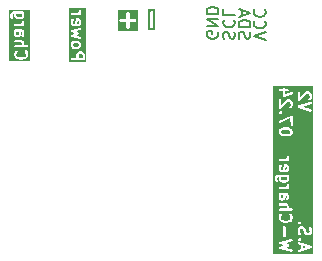
<source format=gbo>
G04 #@! TF.GenerationSoftware,KiCad,Pcbnew,8.0.3*
G04 #@! TF.CreationDate,2024-06-26T13:16:16+02:00*
G04 #@! TF.ProjectId,ESP32-C3-V2,45535033-322d-4433-932d-56322e6b6963,rev?*
G04 #@! TF.SameCoordinates,Original*
G04 #@! TF.FileFunction,Legend,Bot*
G04 #@! TF.FilePolarity,Positive*
%FSLAX46Y46*%
G04 Gerber Fmt 4.6, Leading zero omitted, Abs format (unit mm)*
G04 Created by KiCad (PCBNEW 8.0.3) date 2024-06-26 13:16:16*
%MOMM*%
%LPD*%
G01*
G04 APERTURE LIST*
%ADD10C,0.200000*%
%ADD11C,0.300000*%
G04 APERTURE END LIST*
D10*
X52980400Y8522055D02*
X52932780Y8664912D01*
X52932780Y8664912D02*
X52932780Y8903007D01*
X52932780Y8903007D02*
X52980400Y8998245D01*
X52980400Y8998245D02*
X53028019Y9045864D01*
X53028019Y9045864D02*
X53123257Y9093483D01*
X53123257Y9093483D02*
X53218495Y9093483D01*
X53218495Y9093483D02*
X53313733Y9045864D01*
X53313733Y9045864D02*
X53361352Y8998245D01*
X53361352Y8998245D02*
X53408971Y8903007D01*
X53408971Y8903007D02*
X53456590Y8712531D01*
X53456590Y8712531D02*
X53504209Y8617293D01*
X53504209Y8617293D02*
X53551828Y8569674D01*
X53551828Y8569674D02*
X53647066Y8522055D01*
X53647066Y8522055D02*
X53742304Y8522055D01*
X53742304Y8522055D02*
X53837542Y8569674D01*
X53837542Y8569674D02*
X53885161Y8617293D01*
X53885161Y8617293D02*
X53932780Y8712531D01*
X53932780Y8712531D02*
X53932780Y8950626D01*
X53932780Y8950626D02*
X53885161Y9093483D01*
X53028019Y10093483D02*
X52980400Y10045864D01*
X52980400Y10045864D02*
X52932780Y9903007D01*
X52932780Y9903007D02*
X52932780Y9807769D01*
X52932780Y9807769D02*
X52980400Y9664912D01*
X52980400Y9664912D02*
X53075638Y9569674D01*
X53075638Y9569674D02*
X53170876Y9522055D01*
X53170876Y9522055D02*
X53361352Y9474436D01*
X53361352Y9474436D02*
X53504209Y9474436D01*
X53504209Y9474436D02*
X53694685Y9522055D01*
X53694685Y9522055D02*
X53789923Y9569674D01*
X53789923Y9569674D02*
X53885161Y9664912D01*
X53885161Y9664912D02*
X53932780Y9807769D01*
X53932780Y9807769D02*
X53932780Y9903007D01*
X53932780Y9903007D02*
X53885161Y10045864D01*
X53885161Y10045864D02*
X53837542Y10093483D01*
X52932780Y10998245D02*
X52932780Y10522055D01*
X52932780Y10522055D02*
X53932780Y10522055D01*
D11*
G36*
X47187267Y9240726D02*
G01*
X46553933Y9240726D01*
X46553933Y10697368D01*
X46720600Y10697368D01*
X46723482Y9525247D01*
X46745880Y9471175D01*
X46787264Y9429791D01*
X46841336Y9407393D01*
X46899864Y9407393D01*
X46953936Y9429791D01*
X46995320Y9471175D01*
X47017718Y9525247D01*
X47020600Y9554511D01*
X47017718Y10726632D01*
X46995320Y10780704D01*
X46953936Y10822088D01*
X46899864Y10844486D01*
X46841336Y10844486D01*
X46787264Y10822088D01*
X46745880Y10780704D01*
X46723482Y10726632D01*
X46720600Y10697368D01*
X46553933Y10697368D01*
X46553933Y11011153D01*
X47187267Y11011153D01*
X47187267Y9240726D01*
G37*
D10*
G36*
X40976138Y7213868D02*
G01*
X41001915Y7189206D01*
X41032881Y7129567D01*
X41034128Y6869489D01*
X40708495Y6868875D01*
X40707269Y7124314D01*
X40736205Y7184461D01*
X40760867Y7210238D01*
X40820798Y7241355D01*
X40916645Y7242489D01*
X40976138Y7213868D01*
G37*
G36*
X40642805Y8118630D02*
G01*
X40668582Y8093968D01*
X40699699Y8034037D01*
X40700833Y7938190D01*
X40672211Y7878695D01*
X40647553Y7852922D01*
X40587849Y7821923D01*
X40349429Y7820422D01*
X40289420Y7849291D01*
X40263644Y7873951D01*
X40232527Y7933883D01*
X40231393Y8029730D01*
X40260014Y8089222D01*
X40284677Y8115000D01*
X40344377Y8145997D01*
X40582798Y8147498D01*
X40642805Y8118630D01*
G37*
G36*
X40677199Y10029754D02*
G01*
X40699641Y9986530D01*
X40700952Y9843200D01*
X40678575Y9796685D01*
X40635529Y9774335D01*
X40587556Y9774105D01*
X40641082Y10047129D01*
X40677199Y10029754D01*
G37*
G36*
X41343891Y6558563D02*
G01*
X39921669Y6558563D01*
X39921669Y6789183D01*
X40034701Y6789183D01*
X40034701Y6750165D01*
X40049633Y6714117D01*
X40077223Y6686527D01*
X40113271Y6671595D01*
X40132780Y6669674D01*
X41152289Y6671595D01*
X41188337Y6686527D01*
X41215927Y6714117D01*
X41230859Y6750165D01*
X41232780Y6769674D01*
X41231026Y7135214D01*
X41231995Y7138119D01*
X41230941Y7152944D01*
X41230859Y7170135D01*
X41229483Y7173456D01*
X41229229Y7177039D01*
X41222223Y7195348D01*
X41172880Y7290382D01*
X41168308Y7301422D01*
X41165152Y7305268D01*
X41164161Y7307176D01*
X41162163Y7308909D01*
X41155871Y7316575D01*
X41105770Y7364507D01*
X41098853Y7372483D01*
X41094703Y7375096D01*
X41093099Y7376630D01*
X41090659Y7377641D01*
X41082263Y7382926D01*
X40999245Y7422865D01*
X40997861Y7424249D01*
X40987111Y7428702D01*
X40968717Y7437551D01*
X40965133Y7437806D01*
X40961813Y7439181D01*
X40942304Y7441102D01*
X40814147Y7439586D01*
X40811954Y7440317D01*
X40799171Y7439409D01*
X40779938Y7439181D01*
X40776617Y7437806D01*
X40773034Y7437551D01*
X40754725Y7430545D01*
X40659691Y7381203D01*
X40648651Y7376630D01*
X40644805Y7373475D01*
X40642897Y7372483D01*
X40641164Y7370486D01*
X40633498Y7364193D01*
X40585566Y7314093D01*
X40577590Y7307175D01*
X40574977Y7303026D01*
X40573443Y7301421D01*
X40572432Y7298982D01*
X40567147Y7290585D01*
X40527208Y7207568D01*
X40525824Y7206183D01*
X40521371Y7195434D01*
X40512522Y7177039D01*
X40512267Y7173456D01*
X40510892Y7170135D01*
X40508971Y7150626D01*
X40510324Y6868502D01*
X40113271Y6867753D01*
X40077223Y6852821D01*
X40049633Y6825231D01*
X40034701Y6789183D01*
X39921669Y6789183D01*
X39921669Y8055388D01*
X40032780Y8055388D01*
X40034296Y7927231D01*
X40033565Y7925037D01*
X40034473Y7912255D01*
X40034701Y7893022D01*
X40036076Y7889703D01*
X40036331Y7886117D01*
X40043338Y7867809D01*
X40092678Y7772780D01*
X40097253Y7761736D01*
X40100409Y7757890D01*
X40101401Y7755980D01*
X40103397Y7754249D01*
X40109689Y7746582D01*
X40159791Y7698649D01*
X40166707Y7690674D01*
X40170856Y7688063D01*
X40172461Y7686527D01*
X40174901Y7685517D01*
X40183298Y7680231D01*
X40266315Y7640293D01*
X40267700Y7638908D01*
X40278449Y7634456D01*
X40296844Y7625606D01*
X40300427Y7625352D01*
X40303748Y7623976D01*
X40323257Y7622055D01*
X40593712Y7623758D01*
X40596464Y7622840D01*
X40610890Y7623866D01*
X40628480Y7623976D01*
X40631800Y7625352D01*
X40635384Y7625606D01*
X40653692Y7632612D01*
X40748721Y7681953D01*
X40759766Y7686527D01*
X40763612Y7689684D01*
X40765520Y7690674D01*
X40767249Y7692669D01*
X40774920Y7698963D01*
X40822853Y7749066D01*
X40830828Y7755981D01*
X40833439Y7760131D01*
X40834975Y7761735D01*
X40835985Y7764176D01*
X40841271Y7772572D01*
X40881209Y7855590D01*
X40882594Y7856974D01*
X40887046Y7867724D01*
X40895896Y7886118D01*
X40896150Y7889702D01*
X40897526Y7893022D01*
X40899447Y7912531D01*
X40897930Y8040688D01*
X40898662Y8042881D01*
X40897753Y8055664D01*
X40897526Y8074897D01*
X40896150Y8078218D01*
X40895896Y8081801D01*
X40888890Y8100110D01*
X40839547Y8195144D01*
X40834975Y8206184D01*
X40831819Y8210030D01*
X40830828Y8211938D01*
X40828830Y8213671D01*
X40822538Y8221337D01*
X40772437Y8269269D01*
X40765520Y8277245D01*
X40761370Y8279858D01*
X40759766Y8281392D01*
X40757326Y8282403D01*
X40748930Y8287688D01*
X40665912Y8327627D01*
X40664528Y8329011D01*
X40653778Y8333464D01*
X40635384Y8342313D01*
X40631800Y8342568D01*
X40628480Y8343943D01*
X40608971Y8345864D01*
X40338515Y8344162D01*
X40335764Y8345079D01*
X40321337Y8344054D01*
X40303748Y8343943D01*
X40300427Y8342568D01*
X40296844Y8342313D01*
X40278535Y8335307D01*
X40183501Y8285965D01*
X40172461Y8281392D01*
X40168615Y8278237D01*
X40166707Y8277245D01*
X40164974Y8275248D01*
X40157308Y8268955D01*
X40109380Y8218860D01*
X40101401Y8211939D01*
X40098787Y8207788D01*
X40097253Y8206183D01*
X40096242Y8203744D01*
X40090958Y8195348D01*
X40051018Y8112331D01*
X40049633Y8110945D01*
X40045181Y8100199D01*
X40036331Y8081802D01*
X40036076Y8078217D01*
X40034701Y8074897D01*
X40032780Y8055388D01*
X39921669Y8055388D01*
X39921669Y9142440D01*
X40033115Y9142440D01*
X40034869Y9136301D01*
X40034947Y9129923D01*
X40040179Y9117713D01*
X40043834Y9104923D01*
X40047804Y9099922D01*
X40050317Y9094059D01*
X40059828Y9084777D01*
X40068095Y9074364D01*
X40073672Y9071266D01*
X40078241Y9066807D01*
X40095641Y9057778D01*
X40342203Y8960185D01*
X40108102Y8865563D01*
X40102203Y8864885D01*
X40090927Y8858621D01*
X40078241Y8853493D01*
X40073672Y8849035D01*
X40068095Y8845936D01*
X40059828Y8835524D01*
X40050317Y8826241D01*
X40047804Y8820379D01*
X40043834Y8815377D01*
X40040179Y8802588D01*
X40034947Y8790377D01*
X40034869Y8784000D01*
X40033115Y8777860D01*
X40034632Y8764654D01*
X40034470Y8751362D01*
X40036840Y8745436D01*
X40037569Y8739097D01*
X40044022Y8727480D01*
X40048961Y8715135D01*
X40053419Y8710567D01*
X40056518Y8704989D01*
X40066930Y8696723D01*
X40076213Y8687211D01*
X40082075Y8684699D01*
X40087077Y8680728D01*
X40105308Y8673522D01*
X40791261Y8479533D01*
X40830024Y8483988D01*
X40864132Y8502936D01*
X40888393Y8533495D01*
X40899112Y8571012D01*
X40894657Y8609775D01*
X40875709Y8643883D01*
X40845150Y8668144D01*
X40826919Y8675350D01*
X40438225Y8785274D01*
X40628812Y8862307D01*
X40629674Y8862317D01*
X40643533Y8868257D01*
X40663510Y8876331D01*
X40664399Y8877200D01*
X40665538Y8877687D01*
X40678318Y8890784D01*
X40691434Y8903583D01*
X40691922Y8904724D01*
X40692789Y8905611D01*
X40699591Y8922617D01*
X40706804Y8939446D01*
X40706819Y8940686D01*
X40707280Y8941838D01*
X40707056Y8960150D01*
X40707280Y8978462D01*
X40706819Y8979615D01*
X40706804Y8980854D01*
X40699591Y8997684D01*
X40692789Y9014689D01*
X40691922Y9015577D01*
X40691434Y9016717D01*
X40678318Y9029517D01*
X40665538Y9042613D01*
X40664399Y9043101D01*
X40663510Y9043969D01*
X40646110Y9052998D01*
X40439069Y9134949D01*
X40845150Y9252156D01*
X40875709Y9276417D01*
X40894657Y9310525D01*
X40899112Y9349288D01*
X40888393Y9386805D01*
X40864132Y9417364D01*
X40830024Y9436312D01*
X40791261Y9440767D01*
X40771975Y9437254D01*
X40118123Y9248533D01*
X40112077Y9248459D01*
X40100133Y9243341D01*
X40087077Y9239572D01*
X40082075Y9235602D01*
X40076213Y9233089D01*
X40066930Y9223578D01*
X40056518Y9215311D01*
X40053419Y9209734D01*
X40048961Y9205165D01*
X40044022Y9192821D01*
X40037569Y9181203D01*
X40036840Y9174865D01*
X40034470Y9168938D01*
X40034632Y9155647D01*
X40033115Y9142440D01*
X39921669Y9142440D01*
X39921669Y10007769D01*
X40032780Y10007769D01*
X40034385Y9832261D01*
X40033565Y9829799D01*
X40034532Y9816183D01*
X40034701Y9797784D01*
X40036076Y9794465D01*
X40036331Y9790879D01*
X40043338Y9772571D01*
X40090375Y9681977D01*
X40093524Y9672532D01*
X40097898Y9667489D01*
X40101401Y9660742D01*
X40110873Y9652528D01*
X40119088Y9643055D01*
X40128960Y9636841D01*
X40130878Y9635178D01*
X40132417Y9634665D01*
X40135679Y9632612D01*
X40218696Y9592674D01*
X40220081Y9591289D01*
X40230830Y9586837D01*
X40249225Y9577987D01*
X40252808Y9577733D01*
X40256129Y9576357D01*
X40275638Y9574436D01*
X40461549Y9575328D01*
X40466009Y9574436D01*
X40470740Y9575372D01*
X40641177Y9576190D01*
X40644083Y9575221D01*
X40658907Y9576275D01*
X40676099Y9576357D01*
X40679419Y9577733D01*
X40683003Y9577987D01*
X40701311Y9584993D01*
X40791905Y9632031D01*
X40801351Y9635179D01*
X40806395Y9639554D01*
X40813139Y9643055D01*
X40821352Y9652526D01*
X40830828Y9660743D01*
X40837042Y9670617D01*
X40838704Y9672532D01*
X40839216Y9674071D01*
X40841271Y9677334D01*
X40881209Y9760352D01*
X40882594Y9761736D01*
X40887046Y9772486D01*
X40895896Y9790880D01*
X40896150Y9794464D01*
X40897526Y9797784D01*
X40899447Y9817293D01*
X40897841Y9992801D01*
X40898662Y9995262D01*
X40897694Y10008878D01*
X40897526Y10027278D01*
X40896150Y10030599D01*
X40895896Y10034182D01*
X40888890Y10052491D01*
X40841850Y10143089D01*
X40838704Y10152530D01*
X40834331Y10157573D01*
X40830828Y10164319D01*
X40821352Y10172537D01*
X40813139Y10182007D01*
X40803267Y10188221D01*
X40801351Y10189883D01*
X40799812Y10190397D01*
X40796549Y10192450D01*
X40713531Y10232389D01*
X40712147Y10233773D01*
X40701397Y10238226D01*
X40683003Y10247075D01*
X40679419Y10247330D01*
X40676099Y10248705D01*
X40656590Y10250626D01*
X40568805Y10249157D01*
X40561457Y10250626D01*
X40552661Y10248887D01*
X40541843Y10248705D01*
X40532790Y10244956D01*
X40523180Y10243054D01*
X40514942Y10237563D01*
X40505795Y10233773D01*
X40498866Y10226845D01*
X40490715Y10221410D01*
X40485206Y10213185D01*
X40478205Y10206183D01*
X40474455Y10197132D01*
X40469004Y10188991D01*
X40463294Y10170237D01*
X40463274Y10170140D01*
X40463273Y10170135D01*
X40463273Y10170130D01*
X40385443Y9773136D01*
X40301950Y9772735D01*
X40255027Y9795309D01*
X40232585Y9838532D01*
X40231274Y9981864D01*
X40276849Y10076594D01*
X40279615Y10115514D01*
X40267277Y10152530D01*
X40241712Y10182007D01*
X40206814Y10199456D01*
X40167894Y10202222D01*
X40130878Y10189884D01*
X40101401Y10164320D01*
X40090958Y10147729D01*
X40051018Y10064712D01*
X40049633Y10063326D01*
X40045181Y10052580D01*
X40036331Y10034183D01*
X40036076Y10030598D01*
X40034701Y10027278D01*
X40032780Y10007769D01*
X39921669Y10007769D01*
X39921669Y10598707D01*
X40034701Y10598707D01*
X40034701Y10559689D01*
X40049633Y10523641D01*
X40077223Y10496051D01*
X40113271Y10481119D01*
X40132780Y10479198D01*
X40594937Y10480492D01*
X40596464Y10479983D01*
X40603980Y10480518D01*
X40818956Y10481119D01*
X40855004Y10496051D01*
X40882594Y10523641D01*
X40897526Y10559689D01*
X40897526Y10598707D01*
X40882594Y10634755D01*
X40856330Y10661019D01*
X40881209Y10712733D01*
X40882594Y10714117D01*
X40887046Y10724867D01*
X40895896Y10743261D01*
X40896150Y10746845D01*
X40897526Y10750165D01*
X40899447Y10769674D01*
X40897526Y10884421D01*
X40882594Y10920469D01*
X40855004Y10948059D01*
X40818956Y10962991D01*
X40779938Y10962991D01*
X40743890Y10948059D01*
X40716300Y10920469D01*
X40701368Y10884421D01*
X40699447Y10864912D01*
X40700619Y10794888D01*
X40672211Y10735838D01*
X40647553Y10710065D01*
X40586959Y10678604D01*
X40113271Y10677277D01*
X40077223Y10662345D01*
X40049633Y10634755D01*
X40034701Y10598707D01*
X39921669Y10598707D01*
X39921669Y11074102D01*
X41343891Y11074102D01*
X41343891Y6558563D01*
G37*
X56532780Y8426817D02*
X55532780Y8760150D01*
X55532780Y8760150D02*
X56532780Y9093483D01*
X55628019Y9998245D02*
X55580400Y9950626D01*
X55580400Y9950626D02*
X55532780Y9807769D01*
X55532780Y9807769D02*
X55532780Y9712531D01*
X55532780Y9712531D02*
X55580400Y9569674D01*
X55580400Y9569674D02*
X55675638Y9474436D01*
X55675638Y9474436D02*
X55770876Y9426817D01*
X55770876Y9426817D02*
X55961352Y9379198D01*
X55961352Y9379198D02*
X56104209Y9379198D01*
X56104209Y9379198D02*
X56294685Y9426817D01*
X56294685Y9426817D02*
X56389923Y9474436D01*
X56389923Y9474436D02*
X56485161Y9569674D01*
X56485161Y9569674D02*
X56532780Y9712531D01*
X56532780Y9712531D02*
X56532780Y9807769D01*
X56532780Y9807769D02*
X56485161Y9950626D01*
X56485161Y9950626D02*
X56437542Y9998245D01*
X55628019Y10998245D02*
X55580400Y10950626D01*
X55580400Y10950626D02*
X55532780Y10807769D01*
X55532780Y10807769D02*
X55532780Y10712531D01*
X55532780Y10712531D02*
X55580400Y10569674D01*
X55580400Y10569674D02*
X55675638Y10474436D01*
X55675638Y10474436D02*
X55770876Y10426817D01*
X55770876Y10426817D02*
X55961352Y10379198D01*
X55961352Y10379198D02*
X56104209Y10379198D01*
X56104209Y10379198D02*
X56294685Y10426817D01*
X56294685Y10426817D02*
X56389923Y10474436D01*
X56389923Y10474436D02*
X56485161Y10569674D01*
X56485161Y10569674D02*
X56532780Y10712531D01*
X56532780Y10712531D02*
X56532780Y10807769D01*
X56532780Y10807769D02*
X56485161Y10950626D01*
X56485161Y10950626D02*
X56437542Y10998245D01*
X54280400Y8522055D02*
X54232780Y8664912D01*
X54232780Y8664912D02*
X54232780Y8903007D01*
X54232780Y8903007D02*
X54280400Y8998245D01*
X54280400Y8998245D02*
X54328019Y9045864D01*
X54328019Y9045864D02*
X54423257Y9093483D01*
X54423257Y9093483D02*
X54518495Y9093483D01*
X54518495Y9093483D02*
X54613733Y9045864D01*
X54613733Y9045864D02*
X54661352Y8998245D01*
X54661352Y8998245D02*
X54708971Y8903007D01*
X54708971Y8903007D02*
X54756590Y8712531D01*
X54756590Y8712531D02*
X54804209Y8617293D01*
X54804209Y8617293D02*
X54851828Y8569674D01*
X54851828Y8569674D02*
X54947066Y8522055D01*
X54947066Y8522055D02*
X55042304Y8522055D01*
X55042304Y8522055D02*
X55137542Y8569674D01*
X55137542Y8569674D02*
X55185161Y8617293D01*
X55185161Y8617293D02*
X55232780Y8712531D01*
X55232780Y8712531D02*
X55232780Y8950626D01*
X55232780Y8950626D02*
X55185161Y9093483D01*
X54232780Y9522055D02*
X55232780Y9522055D01*
X55232780Y9522055D02*
X55232780Y9760150D01*
X55232780Y9760150D02*
X55185161Y9903007D01*
X55185161Y9903007D02*
X55089923Y9998245D01*
X55089923Y9998245D02*
X54994685Y10045864D01*
X54994685Y10045864D02*
X54804209Y10093483D01*
X54804209Y10093483D02*
X54661352Y10093483D01*
X54661352Y10093483D02*
X54470876Y10045864D01*
X54470876Y10045864D02*
X54375638Y9998245D01*
X54375638Y9998245D02*
X54280400Y9903007D01*
X54280400Y9903007D02*
X54232780Y9760150D01*
X54232780Y9760150D02*
X54232780Y9522055D01*
X54518495Y10474436D02*
X54518495Y10950626D01*
X54232780Y10379198D02*
X55232780Y10712531D01*
X55232780Y10712531D02*
X54232780Y11045864D01*
G36*
X60029477Y-9139416D02*
G01*
X59727906Y-9240539D01*
X59727126Y-9039233D01*
X60029477Y-9139416D01*
G37*
G36*
X58015314Y-4923310D02*
G01*
X57992861Y-4969982D01*
X57949315Y-4992591D01*
X57900851Y-4993403D01*
X57855027Y-4971358D01*
X57832622Y-4928205D01*
X57831198Y-4737341D01*
X57841631Y-4715656D01*
X58013761Y-4715047D01*
X58015314Y-4923310D01*
G37*
G36*
X58299641Y-3208708D02*
G01*
X58300952Y-3352038D01*
X58272211Y-3411781D01*
X58247553Y-3437554D01*
X58187849Y-3468553D01*
X57949429Y-3470054D01*
X57889420Y-3441185D01*
X57863644Y-3416525D01*
X57832585Y-3356706D01*
X57831274Y-3213374D01*
X57841727Y-3191647D01*
X58290243Y-3190608D01*
X58299641Y-3208708D01*
G37*
G36*
X58277199Y-2308341D02*
G01*
X58299641Y-2351565D01*
X58300952Y-2494895D01*
X58278575Y-2541410D01*
X58235529Y-2563760D01*
X58187556Y-2563990D01*
X58241082Y-2290966D01*
X58277199Y-2308341D01*
G37*
G36*
X58501117Y769008D02*
G01*
X58576138Y732917D01*
X58601915Y708255D01*
X58633140Y648116D01*
X58633952Y599651D01*
X58605544Y540601D01*
X58580886Y514828D01*
X58513326Y479750D01*
X58345867Y436298D01*
X58132376Y434706D01*
X57964443Y475105D01*
X57889420Y511197D01*
X57863644Y535857D01*
X57832419Y595997D01*
X57831607Y644462D01*
X57860014Y703509D01*
X57884677Y729287D01*
X57952232Y764363D01*
X58119693Y807815D01*
X58333183Y809407D01*
X58501117Y769008D01*
G37*
G36*
X60553835Y-9683509D02*
G01*
X57188336Y-9683509D01*
X57188336Y-8810256D01*
X57632849Y-8810256D01*
X57636214Y-8824390D01*
X57638126Y-8838774D01*
X57640696Y-8843214D01*
X57641887Y-8848213D01*
X57650402Y-8859979D01*
X57657675Y-8872542D01*
X57661752Y-8875662D01*
X57664762Y-8879822D01*
X57677124Y-8887429D01*
X57688658Y-8896258D01*
X57695858Y-8898957D01*
X57697992Y-8900271D01*
X57700382Y-8900654D01*
X57707014Y-8903141D01*
X58062591Y-8996997D01*
X57711734Y-9091511D01*
X57697992Y-9093715D01*
X57693660Y-9096380D01*
X57688658Y-9097728D01*
X57677124Y-9106556D01*
X57664762Y-9114164D01*
X57661752Y-9118323D01*
X57657675Y-9121444D01*
X57650402Y-9134006D01*
X57641887Y-9145773D01*
X57640696Y-9150771D01*
X57638126Y-9155212D01*
X57636214Y-9169595D01*
X57632849Y-9183730D01*
X57633662Y-9188801D01*
X57632986Y-9193890D01*
X57636727Y-9207922D01*
X57639026Y-9222257D01*
X57641715Y-9226627D01*
X57643039Y-9231591D01*
X57651867Y-9243124D01*
X57659475Y-9255487D01*
X57663634Y-9258496D01*
X57666755Y-9262574D01*
X57679317Y-9269846D01*
X57691084Y-9278362D01*
X57698355Y-9280868D01*
X57700523Y-9282123D01*
X57702920Y-9282441D01*
X57709618Y-9284750D01*
X58729041Y-9525495D01*
X58767568Y-9519318D01*
X58800798Y-9498869D01*
X58823673Y-9467260D01*
X58832711Y-9429303D01*
X58826534Y-9390776D01*
X58806085Y-9357546D01*
X58774476Y-9334671D01*
X58755942Y-9328283D01*
X58137059Y-9182128D01*
X58466738Y-9093320D01*
X58479324Y-9091648D01*
X58484873Y-9088434D01*
X58491188Y-9086734D01*
X58501670Y-9078709D01*
X58513091Y-9072098D01*
X58517027Y-9066954D01*
X58522171Y-9063018D01*
X58528782Y-9051598D01*
X58536807Y-9041115D01*
X58538476Y-9034854D01*
X58541721Y-9029250D01*
X58543459Y-9016167D01*
X58546860Y-9003414D01*
X58546006Y-8996993D01*
X58546860Y-8990572D01*
X58543459Y-8977818D01*
X58541721Y-8964736D01*
X58538476Y-8959131D01*
X58536807Y-8952871D01*
X58528782Y-8942387D01*
X58522171Y-8930968D01*
X58517027Y-8927031D01*
X58513091Y-8921888D01*
X58501670Y-8915276D01*
X58491188Y-8907252D01*
X58481606Y-8903659D01*
X58479324Y-8902338D01*
X58477400Y-8902082D01*
X58472833Y-8900370D01*
X58138203Y-8812042D01*
X58213326Y-8794010D01*
X59243509Y-8794010D01*
X59246275Y-8832930D01*
X59263725Y-8867829D01*
X59293201Y-8893394D01*
X59311101Y-8901385D01*
X59528717Y-8973491D01*
X59530009Y-9306899D01*
X59293201Y-9386306D01*
X59263725Y-9411871D01*
X59246275Y-9446770D01*
X59243509Y-9485690D01*
X59255847Y-9522706D01*
X59281412Y-9552182D01*
X59316311Y-9569632D01*
X59355231Y-9572398D01*
X59374347Y-9568051D01*
X60362239Y-9236789D01*
X60369136Y-9236299D01*
X60380201Y-9230766D01*
X60392247Y-9226727D01*
X60397648Y-9222042D01*
X60404035Y-9218849D01*
X60412247Y-9209380D01*
X60421723Y-9201162D01*
X60424918Y-9194770D01*
X60429600Y-9189373D01*
X60433566Y-9177475D01*
X60439172Y-9166263D01*
X60439678Y-9159138D01*
X60441939Y-9152357D01*
X60441049Y-9139850D01*
X60441939Y-9127343D01*
X60439678Y-9120561D01*
X60439172Y-9113437D01*
X60433566Y-9102224D01*
X60429600Y-9090327D01*
X60424918Y-9084929D01*
X60421723Y-9078538D01*
X60412247Y-9070319D01*
X60404035Y-9060851D01*
X60397648Y-9057657D01*
X60392247Y-9052973D01*
X60374346Y-9044982D01*
X59655388Y-8806758D01*
X59647948Y-8803676D01*
X59646087Y-8803676D01*
X59355231Y-8707302D01*
X59316311Y-8710068D01*
X59281412Y-8727518D01*
X59255847Y-8756994D01*
X59243509Y-8794010D01*
X58213326Y-8794010D01*
X58774476Y-8659315D01*
X58806085Y-8636440D01*
X58826534Y-8603210D01*
X58832711Y-8564683D01*
X58823673Y-8526726D01*
X58800798Y-8495117D01*
X58767568Y-8474668D01*
X58729041Y-8468491D01*
X58709618Y-8471141D01*
X57714479Y-8710008D01*
X57700523Y-8711863D01*
X57696110Y-8714417D01*
X57691084Y-8715624D01*
X57679317Y-8724139D01*
X57666755Y-8731412D01*
X57663634Y-8735489D01*
X57659475Y-8738499D01*
X57651867Y-8750861D01*
X57643039Y-8762395D01*
X57641715Y-8767358D01*
X57639026Y-8771729D01*
X57636727Y-8786063D01*
X57632986Y-8800096D01*
X57633662Y-8805184D01*
X57632849Y-8810256D01*
X57188336Y-8810256D01*
X57188336Y-8453674D01*
X59244645Y-8453674D01*
X59244645Y-8492692D01*
X59246129Y-8496275D01*
X59259576Y-8528740D01*
X59259577Y-8528741D01*
X59272014Y-8543894D01*
X59334787Y-8603950D01*
X59360277Y-8614507D01*
X59370835Y-8618881D01*
X59370836Y-8618881D01*
X59409853Y-8618881D01*
X59430970Y-8610133D01*
X59445902Y-8603949D01*
X59445906Y-8603944D01*
X59461055Y-8591513D01*
X59521110Y-8528741D01*
X59532479Y-8501293D01*
X59536042Y-8492692D01*
X59536042Y-8453674D01*
X59521110Y-8417626D01*
X59521110Y-8417625D01*
X59508673Y-8402472D01*
X59445924Y-8342439D01*
X59445902Y-8342417D01*
X59430970Y-8336232D01*
X59409853Y-8327485D01*
X59370835Y-8327485D01*
X59360277Y-8331858D01*
X59334787Y-8342416D01*
X59319634Y-8354853D01*
X59259577Y-8417625D01*
X59259576Y-8417626D01*
X59249018Y-8443116D01*
X59244645Y-8453674D01*
X57188336Y-8453674D01*
X57188336Y-7425565D01*
X58013733Y-7425565D01*
X58015654Y-8206978D01*
X58030586Y-8243026D01*
X58058176Y-8270616D01*
X58094224Y-8285548D01*
X58133242Y-8285548D01*
X58169290Y-8270616D01*
X58196880Y-8243026D01*
X58211812Y-8206978D01*
X58213733Y-8187469D01*
X58212445Y-7663660D01*
X59242724Y-7663660D01*
X59244489Y-7900461D01*
X59243509Y-7914263D01*
X59244629Y-7919190D01*
X59244645Y-7921264D01*
X59245656Y-7923705D01*
X59247856Y-7933378D01*
X59303468Y-8094136D01*
X59329033Y-8123612D01*
X59363932Y-8141061D01*
X59402852Y-8143827D01*
X59439868Y-8131488D01*
X59469344Y-8105923D01*
X59486793Y-8071024D01*
X59489559Y-8032104D01*
X59485212Y-8012989D01*
X59442635Y-7889913D01*
X59441142Y-7689722D01*
X59469958Y-7629826D01*
X59494621Y-7604048D01*
X59554760Y-7572823D01*
X59603225Y-7572011D01*
X59662273Y-7600418D01*
X59688050Y-7625080D01*
X59723126Y-7692635D01*
X59769405Y-7870993D01*
X59770085Y-7880549D01*
X59775676Y-7895161D01*
X59776115Y-7896850D01*
X59776545Y-7897430D01*
X59777091Y-7898857D01*
X59826431Y-7993886D01*
X59831006Y-8004931D01*
X59834162Y-8008777D01*
X59835153Y-8010685D01*
X59837147Y-8012414D01*
X59843442Y-8020085D01*
X59893544Y-8068018D01*
X59900460Y-8075993D01*
X59904609Y-8078604D01*
X59906214Y-8080140D01*
X59908654Y-8081150D01*
X59917051Y-8086436D01*
X60000068Y-8126374D01*
X60001453Y-8127759D01*
X60012202Y-8132211D01*
X60030597Y-8141061D01*
X60034180Y-8141315D01*
X60037501Y-8142691D01*
X60057010Y-8144612D01*
X60138027Y-8143255D01*
X60139741Y-8143827D01*
X60150785Y-8143042D01*
X60171757Y-8142691D01*
X60175077Y-8141315D01*
X60178661Y-8141061D01*
X60196969Y-8134055D01*
X60291998Y-8084714D01*
X60303043Y-8080140D01*
X60306889Y-8076983D01*
X60308797Y-8075993D01*
X60310526Y-8073998D01*
X60318197Y-8067704D01*
X60366130Y-8017601D01*
X60374105Y-8010686D01*
X60376716Y-8006536D01*
X60378252Y-8004932D01*
X60379262Y-8002491D01*
X60384548Y-7994095D01*
X60424486Y-7911077D01*
X60425871Y-7909693D01*
X60430323Y-7898943D01*
X60439173Y-7880549D01*
X60439427Y-7876965D01*
X60440803Y-7873645D01*
X60442724Y-7854136D01*
X60440958Y-7617334D01*
X60441939Y-7603533D01*
X60440818Y-7598605D01*
X60440803Y-7596532D01*
X60439791Y-7594090D01*
X60437592Y-7584418D01*
X60381982Y-7423661D01*
X60356417Y-7394185D01*
X60321518Y-7376735D01*
X60282598Y-7373969D01*
X60245582Y-7386307D01*
X60216106Y-7411872D01*
X60198656Y-7446771D01*
X60195890Y-7485691D01*
X60200237Y-7504807D01*
X60242812Y-7627883D01*
X60244305Y-7828072D01*
X60215488Y-7887972D01*
X60190830Y-7913745D01*
X60130687Y-7944972D01*
X60082223Y-7945784D01*
X60023173Y-7917376D01*
X59997400Y-7892718D01*
X59962322Y-7825158D01*
X59916043Y-7646802D01*
X59915364Y-7637247D01*
X59909771Y-7622631D01*
X59909334Y-7620946D01*
X59908904Y-7620366D01*
X59908358Y-7618938D01*
X59859015Y-7523904D01*
X59854443Y-7512864D01*
X59851287Y-7509018D01*
X59850296Y-7507110D01*
X59848298Y-7505377D01*
X59842006Y-7497711D01*
X59791905Y-7449779D01*
X59784988Y-7441803D01*
X59780838Y-7439190D01*
X59779234Y-7437656D01*
X59776794Y-7436645D01*
X59768398Y-7431360D01*
X59685380Y-7391421D01*
X59683996Y-7390037D01*
X59673246Y-7385584D01*
X59654852Y-7376735D01*
X59651268Y-7376480D01*
X59647948Y-7375105D01*
X59628439Y-7373184D01*
X59547421Y-7374540D01*
X59545708Y-7373969D01*
X59534663Y-7374753D01*
X59513692Y-7375105D01*
X59510371Y-7376480D01*
X59506788Y-7376735D01*
X59488479Y-7383741D01*
X59393445Y-7433083D01*
X59382405Y-7437656D01*
X59378559Y-7440811D01*
X59376651Y-7441803D01*
X59374918Y-7443800D01*
X59367252Y-7450093D01*
X59319324Y-7500188D01*
X59311345Y-7507109D01*
X59308731Y-7511260D01*
X59307197Y-7512865D01*
X59306186Y-7515304D01*
X59300902Y-7523700D01*
X59260962Y-7606717D01*
X59259577Y-7608103D01*
X59255125Y-7618849D01*
X59246275Y-7637246D01*
X59246020Y-7640831D01*
X59244645Y-7644151D01*
X59242724Y-7663660D01*
X58212445Y-7663660D01*
X58211812Y-7406056D01*
X58196880Y-7370008D01*
X58169290Y-7342418D01*
X58133242Y-7327486D01*
X58094224Y-7327486D01*
X58058176Y-7342418D01*
X58030586Y-7370008D01*
X58015654Y-7406056D01*
X58013733Y-7425565D01*
X57188336Y-7425565D01*
X57188336Y-6568422D01*
X57632780Y-6568422D01*
X57634389Y-6664565D01*
X57633565Y-6676168D01*
X57634664Y-6681003D01*
X57634701Y-6683169D01*
X57635712Y-6685610D01*
X57637912Y-6695283D01*
X57682321Y-6823656D01*
X57682321Y-6826026D01*
X57687293Y-6838029D01*
X57693524Y-6856041D01*
X57695878Y-6858755D01*
X57697253Y-6862074D01*
X57709689Y-6877228D01*
X57806073Y-6971239D01*
X57814326Y-6980755D01*
X57818564Y-6983422D01*
X57820081Y-6984902D01*
X57822518Y-6985911D01*
X57830917Y-6991198D01*
X57921188Y-7034626D01*
X57928162Y-7039793D01*
X57942796Y-7045021D01*
X57944463Y-7045823D01*
X57945183Y-7045874D01*
X57946622Y-7046388D01*
X58131934Y-7090967D01*
X58141843Y-7095072D01*
X58153952Y-7096264D01*
X58156491Y-7096875D01*
X58157949Y-7096657D01*
X58161352Y-7096993D01*
X58298925Y-7095365D01*
X58309070Y-7096875D01*
X58321048Y-7095103D01*
X58323718Y-7095072D01*
X58325081Y-7094507D01*
X58328463Y-7094007D01*
X58511542Y-7046502D01*
X58521098Y-7045823D01*
X58535710Y-7040231D01*
X58537399Y-7039793D01*
X58537979Y-7039362D01*
X58539406Y-7038817D01*
X58565819Y-7025103D01*
X59244645Y-7025103D01*
X59244645Y-7064121D01*
X59246129Y-7067704D01*
X59259576Y-7100169D01*
X59259577Y-7100170D01*
X59272014Y-7115323D01*
X59334787Y-7175379D01*
X59360277Y-7185936D01*
X59370835Y-7190310D01*
X59370836Y-7190310D01*
X59409853Y-7190310D01*
X59430970Y-7181562D01*
X59445902Y-7175378D01*
X59445906Y-7175373D01*
X59461055Y-7162942D01*
X59521110Y-7100170D01*
X59525483Y-7089611D01*
X59536042Y-7064121D01*
X59536042Y-7025103D01*
X59521110Y-6989055D01*
X59521110Y-6989054D01*
X59508673Y-6973901D01*
X59445924Y-6913868D01*
X59445902Y-6913846D01*
X59428345Y-6906574D01*
X59409853Y-6898914D01*
X59370835Y-6898914D01*
X59361053Y-6902966D01*
X59334787Y-6913845D01*
X59319634Y-6926282D01*
X59259577Y-6989054D01*
X59259576Y-6989055D01*
X59254275Y-7001854D01*
X59244645Y-7025103D01*
X58565819Y-7025103D01*
X58634435Y-6989476D01*
X58645480Y-6984902D01*
X58649326Y-6981745D01*
X58651234Y-6980755D01*
X58652963Y-6978760D01*
X58660634Y-6972466D01*
X58744462Y-6886521D01*
X58746473Y-6885516D01*
X58754738Y-6875986D01*
X58768308Y-6862074D01*
X58769682Y-6858755D01*
X58772038Y-6856040D01*
X58780029Y-6838140D01*
X58825935Y-6695055D01*
X58830859Y-6683169D01*
X58831350Y-6678176D01*
X58831995Y-6676168D01*
X58831807Y-6673533D01*
X58832780Y-6663660D01*
X58831170Y-6567516D01*
X58831995Y-6555914D01*
X58830895Y-6551078D01*
X58830859Y-6548913D01*
X58829847Y-6546471D01*
X58827648Y-6536799D01*
X58783239Y-6408421D01*
X58783239Y-6406056D01*
X58778273Y-6394066D01*
X58772038Y-6376042D01*
X58769682Y-6373326D01*
X58768308Y-6370007D01*
X58755871Y-6354854D01*
X58693099Y-6294799D01*
X58657051Y-6279867D01*
X58618033Y-6279867D01*
X58581985Y-6294799D01*
X58554395Y-6322389D01*
X58539463Y-6358437D01*
X58539463Y-6397455D01*
X58554395Y-6433503D01*
X58566831Y-6448657D01*
X58597487Y-6477986D01*
X58632983Y-6580598D01*
X58634046Y-6644085D01*
X58599801Y-6750824D01*
X58534314Y-6817964D01*
X58465707Y-6853585D01*
X58298142Y-6897064D01*
X58179334Y-6898470D01*
X58012062Y-6858230D01*
X57937392Y-6822308D01*
X57868386Y-6755000D01*
X57832576Y-6651484D01*
X57831513Y-6587997D01*
X57865901Y-6480816D01*
X57911166Y-6433504D01*
X57926097Y-6397455D01*
X57926097Y-6358437D01*
X57911166Y-6322389D01*
X57883576Y-6294799D01*
X57847528Y-6279868D01*
X57808510Y-6279868D01*
X57772461Y-6294799D01*
X57757308Y-6307236D01*
X57720224Y-6345997D01*
X57719089Y-6346565D01*
X57713342Y-6353190D01*
X57697253Y-6370008D01*
X57695878Y-6373326D01*
X57693524Y-6376041D01*
X57685532Y-6393941D01*
X57639625Y-6537025D01*
X57634701Y-6548913D01*
X57634209Y-6553905D01*
X57633565Y-6555914D01*
X57633752Y-6558548D01*
X57632780Y-6568422D01*
X57188336Y-6568422D01*
X57188336Y-5501294D01*
X57634701Y-5501294D01*
X57634701Y-5540312D01*
X57649633Y-5576360D01*
X57677223Y-5603950D01*
X57713271Y-5618882D01*
X57732780Y-5620803D01*
X58230157Y-5619044D01*
X58277199Y-5641675D01*
X58299699Y-5685011D01*
X58300833Y-5780858D01*
X58272211Y-5840353D01*
X58262734Y-5850259D01*
X57713271Y-5851295D01*
X57677223Y-5866227D01*
X57649633Y-5893817D01*
X57634701Y-5929865D01*
X57634701Y-5968883D01*
X57649633Y-6004931D01*
X57677223Y-6032521D01*
X57713271Y-6047453D01*
X57732780Y-6049374D01*
X58752289Y-6047453D01*
X58788337Y-6032521D01*
X58815927Y-6004931D01*
X58830859Y-5968883D01*
X58830859Y-5929865D01*
X58815927Y-5893817D01*
X58788337Y-5866227D01*
X58752289Y-5851295D01*
X58732780Y-5849374D01*
X58487762Y-5849835D01*
X58495896Y-5832930D01*
X58496150Y-5829346D01*
X58497526Y-5826026D01*
X58499447Y-5806517D01*
X58497930Y-5678360D01*
X58498662Y-5676167D01*
X58497753Y-5663384D01*
X58497526Y-5644151D01*
X58496150Y-5640830D01*
X58495896Y-5637247D01*
X58488890Y-5618938D01*
X58441850Y-5528340D01*
X58438704Y-5518899D01*
X58434331Y-5513856D01*
X58430828Y-5507110D01*
X58421352Y-5498892D01*
X58413139Y-5489422D01*
X58403267Y-5483208D01*
X58401351Y-5481546D01*
X58399812Y-5481032D01*
X58396549Y-5478979D01*
X58313531Y-5439040D01*
X58312147Y-5437656D01*
X58301397Y-5433203D01*
X58283003Y-5424354D01*
X58279419Y-5424099D01*
X58276099Y-5422724D01*
X58256590Y-5420803D01*
X57713271Y-5422724D01*
X57677223Y-5437656D01*
X57649633Y-5465246D01*
X57634701Y-5501294D01*
X57188336Y-5501294D01*
X57188336Y-4711279D01*
X57632780Y-4711279D01*
X57634442Y-4934234D01*
X57633565Y-4936868D01*
X57634567Y-4950973D01*
X57634701Y-4968883D01*
X57636076Y-4972202D01*
X57636331Y-4975788D01*
X57643338Y-4994096D01*
X57690375Y-5084690D01*
X57693524Y-5094135D01*
X57697898Y-5099178D01*
X57701401Y-5105925D01*
X57710873Y-5114139D01*
X57719088Y-5123612D01*
X57728960Y-5129826D01*
X57730878Y-5131489D01*
X57732417Y-5132002D01*
X57735679Y-5134055D01*
X57818696Y-5173993D01*
X57820081Y-5175378D01*
X57830830Y-5179830D01*
X57849225Y-5188680D01*
X57852808Y-5188934D01*
X57856129Y-5190310D01*
X57875638Y-5192231D01*
X57956655Y-5190874D01*
X57958369Y-5191446D01*
X57969413Y-5190661D01*
X57990385Y-5190310D01*
X57993705Y-5188934D01*
X57997289Y-5188680D01*
X58015597Y-5181674D01*
X58106191Y-5134636D01*
X58115637Y-5131488D01*
X58120681Y-5127113D01*
X58127425Y-5123612D01*
X58135638Y-5114141D01*
X58145114Y-5105924D01*
X58151328Y-5096050D01*
X58152990Y-5094135D01*
X58153502Y-5092596D01*
X58155557Y-5089333D01*
X58195495Y-5006315D01*
X58196880Y-5004931D01*
X58201332Y-4994181D01*
X58210182Y-4975787D01*
X58210436Y-4972203D01*
X58211812Y-4968883D01*
X58213733Y-4949374D01*
X58212151Y-4737342D01*
X58223233Y-4714306D01*
X58230157Y-4714282D01*
X58277199Y-4736913D01*
X58299641Y-4780137D01*
X58300952Y-4923467D01*
X58255379Y-5018199D01*
X58252613Y-5057119D01*
X58264952Y-5094135D01*
X58290516Y-5123612D01*
X58325415Y-5141061D01*
X58364335Y-5143827D01*
X58401351Y-5131488D01*
X58430828Y-5105924D01*
X58441271Y-5089333D01*
X58481209Y-5006315D01*
X58482594Y-5004931D01*
X58487046Y-4994181D01*
X58495896Y-4975787D01*
X58496150Y-4972203D01*
X58497526Y-4968883D01*
X58499447Y-4949374D01*
X58497841Y-4773866D01*
X58498662Y-4771405D01*
X58497694Y-4757789D01*
X58497526Y-4739389D01*
X58496150Y-4736068D01*
X58495896Y-4732485D01*
X58488890Y-4714176D01*
X58441850Y-4623578D01*
X58438704Y-4614137D01*
X58434331Y-4609094D01*
X58430828Y-4602348D01*
X58421352Y-4594130D01*
X58413139Y-4584660D01*
X58403267Y-4578446D01*
X58401351Y-4576784D01*
X58399812Y-4576270D01*
X58396549Y-4574217D01*
X58313531Y-4534278D01*
X58312147Y-4532894D01*
X58301397Y-4528441D01*
X58283003Y-4519592D01*
X58279419Y-4519337D01*
X58276099Y-4517962D01*
X58256590Y-4516041D01*
X57780532Y-4517724D01*
X57767894Y-4516826D01*
X57765034Y-4517778D01*
X57713271Y-4517962D01*
X57677223Y-4532894D01*
X57649633Y-4560484D01*
X57634701Y-4596532D01*
X57634701Y-4635550D01*
X57646344Y-4663660D01*
X57645181Y-4666468D01*
X57636331Y-4684865D01*
X57636076Y-4688450D01*
X57634701Y-4691770D01*
X57632780Y-4711279D01*
X57188336Y-4711279D01*
X57188336Y-4120341D01*
X57634701Y-4120341D01*
X57634701Y-4159359D01*
X57649633Y-4195407D01*
X57677223Y-4222997D01*
X57713271Y-4237929D01*
X57732780Y-4239850D01*
X58194937Y-4238556D01*
X58196464Y-4239065D01*
X58203980Y-4238530D01*
X58418956Y-4237929D01*
X58455004Y-4222997D01*
X58482594Y-4195407D01*
X58497526Y-4159359D01*
X58497526Y-4120341D01*
X58482594Y-4084293D01*
X58456330Y-4058029D01*
X58481209Y-4006315D01*
X58482594Y-4004931D01*
X58487046Y-3994181D01*
X58495896Y-3975787D01*
X58496150Y-3972203D01*
X58497526Y-3968883D01*
X58499447Y-3949374D01*
X58497526Y-3834627D01*
X58482594Y-3798579D01*
X58455004Y-3770989D01*
X58418956Y-3756057D01*
X58379938Y-3756057D01*
X58343890Y-3770989D01*
X58316300Y-3798579D01*
X58301368Y-3834627D01*
X58299447Y-3854136D01*
X58300619Y-3924160D01*
X58272211Y-3983210D01*
X58247553Y-4008983D01*
X58186959Y-4040444D01*
X57713271Y-4041771D01*
X57677223Y-4056703D01*
X57649633Y-4084293D01*
X57634701Y-4120341D01*
X57188336Y-4120341D01*
X57188336Y-3282707D01*
X57299447Y-3282707D01*
X57300963Y-3410863D01*
X57300232Y-3413057D01*
X57301140Y-3425839D01*
X57301368Y-3445073D01*
X57302743Y-3448393D01*
X57302998Y-3451977D01*
X57310004Y-3470285D01*
X57368066Y-3582113D01*
X57397543Y-3607678D01*
X57434559Y-3620016D01*
X57473479Y-3617251D01*
X57508377Y-3599802D01*
X57533942Y-3570325D01*
X57546281Y-3533309D01*
X57543515Y-3494389D01*
X57536509Y-3476080D01*
X57499194Y-3404211D01*
X57498060Y-3308365D01*
X57526681Y-3248872D01*
X57551343Y-3223095D01*
X57610881Y-3192182D01*
X57632822Y-3192131D01*
X57634385Y-3362977D01*
X57633565Y-3365439D01*
X57634532Y-3379055D01*
X57634701Y-3397454D01*
X57636076Y-3400773D01*
X57636331Y-3404359D01*
X57643338Y-3422667D01*
X57692678Y-3517696D01*
X57697253Y-3528740D01*
X57700409Y-3532586D01*
X57701401Y-3534496D01*
X57703397Y-3536227D01*
X57709689Y-3543894D01*
X57759791Y-3591827D01*
X57766707Y-3599802D01*
X57770856Y-3602413D01*
X57772461Y-3603949D01*
X57774901Y-3604959D01*
X57783298Y-3610245D01*
X57866315Y-3650183D01*
X57867700Y-3651568D01*
X57878449Y-3656020D01*
X57896844Y-3664870D01*
X57900427Y-3665124D01*
X57903748Y-3666500D01*
X57923257Y-3668421D01*
X58193712Y-3666718D01*
X58196464Y-3667636D01*
X58210890Y-3666610D01*
X58228480Y-3666500D01*
X58231800Y-3665124D01*
X58235384Y-3664870D01*
X58253692Y-3657864D01*
X58348721Y-3608523D01*
X58359766Y-3603949D01*
X58363612Y-3600792D01*
X58365520Y-3599802D01*
X58367249Y-3597807D01*
X58374920Y-3591513D01*
X58422853Y-3541410D01*
X58430828Y-3534495D01*
X58433439Y-3530345D01*
X58434975Y-3528741D01*
X58435985Y-3526300D01*
X58441271Y-3517904D01*
X58481209Y-3434886D01*
X58482594Y-3433502D01*
X58487046Y-3422752D01*
X58495896Y-3404358D01*
X58496150Y-3400774D01*
X58497526Y-3397454D01*
X58499447Y-3377945D01*
X58497841Y-3202437D01*
X58498662Y-3199976D01*
X58497694Y-3186360D01*
X58497526Y-3167960D01*
X58496150Y-3164639D01*
X58495896Y-3161056D01*
X58488890Y-3142747D01*
X58486549Y-3138239D01*
X58497526Y-3111740D01*
X58497526Y-3072722D01*
X58482594Y-3036674D01*
X58455004Y-3009084D01*
X58418956Y-2994152D01*
X58399447Y-2992231D01*
X57777138Y-2993672D01*
X57767894Y-2993016D01*
X57765844Y-2993699D01*
X57605593Y-2994070D01*
X57602430Y-2993016D01*
X57586985Y-2994113D01*
X57570414Y-2994152D01*
X57567093Y-2995527D01*
X57563510Y-2995782D01*
X57545201Y-3002788D01*
X57450167Y-3052130D01*
X57439127Y-3056703D01*
X57435281Y-3059858D01*
X57433373Y-3060850D01*
X57431640Y-3062847D01*
X57423974Y-3069140D01*
X57376042Y-3119240D01*
X57368066Y-3126158D01*
X57365453Y-3130307D01*
X57363919Y-3131912D01*
X57362908Y-3134351D01*
X57357623Y-3142748D01*
X57317684Y-3225765D01*
X57316300Y-3227150D01*
X57311847Y-3237899D01*
X57302998Y-3256294D01*
X57302743Y-3259877D01*
X57301368Y-3263198D01*
X57299447Y-3282707D01*
X57188336Y-3282707D01*
X57188336Y-2330326D01*
X57632780Y-2330326D01*
X57634385Y-2505834D01*
X57633565Y-2508296D01*
X57634532Y-2521912D01*
X57634701Y-2540311D01*
X57636076Y-2543630D01*
X57636331Y-2547216D01*
X57643338Y-2565524D01*
X57690375Y-2656118D01*
X57693524Y-2665563D01*
X57697898Y-2670606D01*
X57701401Y-2677353D01*
X57710873Y-2685567D01*
X57719088Y-2695040D01*
X57728960Y-2701254D01*
X57730878Y-2702917D01*
X57732417Y-2703430D01*
X57735679Y-2705483D01*
X57818696Y-2745421D01*
X57820081Y-2746806D01*
X57830830Y-2751258D01*
X57849225Y-2760108D01*
X57852808Y-2760362D01*
X57856129Y-2761738D01*
X57875638Y-2763659D01*
X58061549Y-2762767D01*
X58066009Y-2763659D01*
X58070740Y-2762723D01*
X58241177Y-2761905D01*
X58244083Y-2762874D01*
X58258907Y-2761820D01*
X58276099Y-2761738D01*
X58279419Y-2760362D01*
X58283003Y-2760108D01*
X58301311Y-2753102D01*
X58391905Y-2706064D01*
X58401351Y-2702916D01*
X58406395Y-2698541D01*
X58413139Y-2695040D01*
X58421352Y-2685569D01*
X58430828Y-2677352D01*
X58437042Y-2667478D01*
X58438704Y-2665563D01*
X58439216Y-2664024D01*
X58441271Y-2660761D01*
X58481209Y-2577743D01*
X58482594Y-2576359D01*
X58487046Y-2565609D01*
X58495896Y-2547215D01*
X58496150Y-2543631D01*
X58497526Y-2540311D01*
X58499447Y-2520802D01*
X58497841Y-2345294D01*
X58498662Y-2342833D01*
X58497694Y-2329217D01*
X58497526Y-2310817D01*
X58496150Y-2307496D01*
X58495896Y-2303913D01*
X58488890Y-2285604D01*
X58441850Y-2195006D01*
X58438704Y-2185565D01*
X58434331Y-2180522D01*
X58430828Y-2173776D01*
X58421352Y-2165558D01*
X58413139Y-2156088D01*
X58403267Y-2149874D01*
X58401351Y-2148212D01*
X58399812Y-2147698D01*
X58396549Y-2145645D01*
X58313531Y-2105706D01*
X58312147Y-2104322D01*
X58301397Y-2099869D01*
X58283003Y-2091020D01*
X58279419Y-2090765D01*
X58276099Y-2089390D01*
X58256590Y-2087469D01*
X58168805Y-2088938D01*
X58161457Y-2087469D01*
X58152661Y-2089208D01*
X58141843Y-2089390D01*
X58132790Y-2093139D01*
X58123180Y-2095041D01*
X58114942Y-2100532D01*
X58105795Y-2104322D01*
X58098866Y-2111250D01*
X58090715Y-2116685D01*
X58085206Y-2124910D01*
X58078205Y-2131912D01*
X58074455Y-2140963D01*
X58069004Y-2149104D01*
X58063294Y-2167858D01*
X58063274Y-2167955D01*
X58063273Y-2167960D01*
X58063273Y-2167965D01*
X57985443Y-2564959D01*
X57901950Y-2565360D01*
X57855027Y-2542786D01*
X57832585Y-2499563D01*
X57831274Y-2356231D01*
X57876849Y-2261501D01*
X57879615Y-2222581D01*
X57867277Y-2185565D01*
X57841712Y-2156088D01*
X57806814Y-2138639D01*
X57767894Y-2135873D01*
X57730878Y-2148211D01*
X57701401Y-2173775D01*
X57690958Y-2190366D01*
X57651018Y-2273383D01*
X57649633Y-2274769D01*
X57645181Y-2285515D01*
X57636331Y-2303912D01*
X57636076Y-2307497D01*
X57634701Y-2310817D01*
X57632780Y-2330326D01*
X57188336Y-2330326D01*
X57188336Y-1739388D01*
X57634701Y-1739388D01*
X57634701Y-1778406D01*
X57649633Y-1814454D01*
X57677223Y-1842044D01*
X57713271Y-1856976D01*
X57732780Y-1858897D01*
X58194937Y-1857603D01*
X58196464Y-1858112D01*
X58203980Y-1857577D01*
X58418956Y-1856976D01*
X58455004Y-1842044D01*
X58482594Y-1814454D01*
X58497526Y-1778406D01*
X58497526Y-1739388D01*
X58482594Y-1703340D01*
X58456330Y-1677076D01*
X58481209Y-1625362D01*
X58482594Y-1623978D01*
X58487046Y-1613228D01*
X58495896Y-1594834D01*
X58496150Y-1591250D01*
X58497526Y-1587930D01*
X58499447Y-1568421D01*
X58497526Y-1453674D01*
X58482594Y-1417626D01*
X58455004Y-1390036D01*
X58418956Y-1375104D01*
X58379938Y-1375104D01*
X58343890Y-1390036D01*
X58316300Y-1417626D01*
X58301368Y-1453674D01*
X58299447Y-1473183D01*
X58300619Y-1543207D01*
X58272211Y-1602257D01*
X58247553Y-1628030D01*
X58186959Y-1659491D01*
X57713271Y-1660818D01*
X57677223Y-1675750D01*
X57649633Y-1703340D01*
X57634701Y-1739388D01*
X57188336Y-1739388D01*
X57188336Y669675D01*
X57632780Y669675D01*
X57634136Y588658D01*
X57633565Y586943D01*
X57634349Y575899D01*
X57634701Y554928D01*
X57636076Y551609D01*
X57636331Y548023D01*
X57643338Y529715D01*
X57692678Y434686D01*
X57697253Y423642D01*
X57700409Y419796D01*
X57701401Y417886D01*
X57703397Y416155D01*
X57709689Y408488D01*
X57759791Y360555D01*
X57766707Y352580D01*
X57770856Y349969D01*
X57772461Y348433D01*
X57774901Y347423D01*
X57783298Y342137D01*
X57873569Y298709D01*
X57880543Y293542D01*
X57895177Y288314D01*
X57896844Y287512D01*
X57897564Y287461D01*
X57899003Y286947D01*
X58084315Y242368D01*
X58094224Y238263D01*
X58106333Y237071D01*
X58108872Y236460D01*
X58110330Y236678D01*
X58113733Y236342D01*
X58345850Y238073D01*
X58356689Y236460D01*
X58368750Y238244D01*
X58371337Y238263D01*
X58372700Y238828D01*
X58376082Y239328D01*
X58559161Y286833D01*
X58568717Y287512D01*
X58583329Y293104D01*
X58585018Y293542D01*
X58585598Y293973D01*
X58587025Y294518D01*
X58682054Y343859D01*
X58693099Y348433D01*
X58696945Y351590D01*
X58698853Y352580D01*
X58700582Y354575D01*
X58708253Y360869D01*
X58756186Y410972D01*
X58764161Y417887D01*
X58766772Y422037D01*
X58768308Y423641D01*
X58769318Y426082D01*
X58774604Y434478D01*
X58814542Y517496D01*
X58815927Y518880D01*
X58820379Y529630D01*
X58829229Y548024D01*
X58829483Y551608D01*
X58830859Y554928D01*
X58832780Y574437D01*
X58831423Y655455D01*
X58831995Y657168D01*
X58831210Y668213D01*
X58830859Y689184D01*
X58829483Y692505D01*
X58829229Y696088D01*
X58822223Y714397D01*
X58772880Y809431D01*
X58768308Y820471D01*
X58765152Y824317D01*
X58764161Y826225D01*
X58762163Y827958D01*
X58755871Y835624D01*
X58705770Y883556D01*
X58698853Y891532D01*
X58694703Y894145D01*
X58693099Y895679D01*
X58690659Y896690D01*
X58682263Y901975D01*
X58591991Y945404D01*
X58585018Y950570D01*
X58570385Y955798D01*
X58568717Y956600D01*
X58567994Y956652D01*
X58566557Y957165D01*
X58381246Y1001745D01*
X58371337Y1005849D01*
X58359227Y1007042D01*
X58356689Y1007652D01*
X58355230Y1007435D01*
X58351828Y1007770D01*
X58119710Y1006040D01*
X58108872Y1007652D01*
X58096810Y1005869D01*
X58094224Y1005849D01*
X58092860Y1005285D01*
X58089479Y1004784D01*
X57906399Y957280D01*
X57896844Y956600D01*
X57882228Y951008D01*
X57880543Y950570D01*
X57879963Y950141D01*
X57878535Y949594D01*
X57783501Y900252D01*
X57772461Y895679D01*
X57768615Y892524D01*
X57766707Y891532D01*
X57764974Y889535D01*
X57757308Y883242D01*
X57709380Y833147D01*
X57701401Y826226D01*
X57698787Y822075D01*
X57697253Y820470D01*
X57696242Y818031D01*
X57690958Y809635D01*
X57651018Y726618D01*
X57649633Y725232D01*
X57645181Y714486D01*
X57636331Y696089D01*
X57636076Y692504D01*
X57634701Y689184D01*
X57632780Y669675D01*
X57188336Y669675D01*
X57188336Y1497511D01*
X57634471Y1497511D01*
X57634946Y1458495D01*
X57650316Y1422632D01*
X57678241Y1395381D01*
X57714468Y1380890D01*
X57753484Y1381365D01*
X57772172Y1387284D01*
X58633199Y1758066D01*
X58634701Y1221595D01*
X58649633Y1185547D01*
X58677223Y1157957D01*
X58713271Y1143025D01*
X58752289Y1143025D01*
X58788337Y1157957D01*
X58815927Y1185547D01*
X58830859Y1221595D01*
X58832780Y1241104D01*
X58830965Y1889150D01*
X58831089Y1889458D01*
X58830927Y1902661D01*
X58830859Y1927279D01*
X58830620Y1927855D01*
X58830613Y1928473D01*
X58823182Y1945811D01*
X58815927Y1963327D01*
X58815487Y1963767D01*
X58815243Y1964337D01*
X58801716Y1977538D01*
X58788337Y1990917D01*
X58787762Y1991155D01*
X58787319Y1991588D01*
X58769799Y1998596D01*
X58752289Y2005849D01*
X58751666Y2005849D01*
X58751091Y2006079D01*
X58732200Y2005849D01*
X58713271Y2005849D01*
X58712697Y2005612D01*
X58712076Y2005604D01*
X58693388Y1999684D01*
X57676213Y1561663D01*
X57648962Y1533738D01*
X57634471Y1497511D01*
X57188336Y1497511D01*
X57188336Y2308232D01*
X57634701Y2308232D01*
X57634701Y2269214D01*
X57636185Y2265631D01*
X57649632Y2233166D01*
X57649633Y2233165D01*
X57662070Y2218012D01*
X57724843Y2157956D01*
X57750333Y2147399D01*
X57760891Y2143025D01*
X57760892Y2143025D01*
X57799909Y2143025D01*
X57821026Y2151773D01*
X57835958Y2157957D01*
X57835962Y2157962D01*
X57851111Y2170393D01*
X57911166Y2233165D01*
X57922535Y2260613D01*
X57926098Y2269214D01*
X57926098Y2308232D01*
X57911166Y2344280D01*
X57911166Y2344281D01*
X57898729Y2359434D01*
X57835980Y2419467D01*
X57835958Y2419489D01*
X57821026Y2425674D01*
X57799909Y2434421D01*
X57760891Y2434421D01*
X57750333Y2430048D01*
X57724843Y2419490D01*
X57709690Y2407053D01*
X57649633Y2344281D01*
X57649632Y2344280D01*
X57639074Y2318790D01*
X57634701Y2308232D01*
X57188336Y2308232D01*
X57188336Y3288722D01*
X57632780Y3288722D01*
X57634701Y2650166D01*
X57649633Y2614118D01*
X57677223Y2586528D01*
X57713271Y2571596D01*
X57752289Y2571596D01*
X57788337Y2586528D01*
X57803491Y2598964D01*
X58354736Y3152775D01*
X58459242Y3188926D01*
X58517090Y3189895D01*
X58576138Y3161488D01*
X58601915Y3136826D01*
X58632937Y3077078D01*
X58634361Y2886215D01*
X58605544Y2826315D01*
X58554395Y2772851D01*
X58539463Y2736803D01*
X58539463Y2697785D01*
X58554395Y2661737D01*
X58581985Y2634147D01*
X58618033Y2619215D01*
X58657051Y2619215D01*
X58693099Y2634147D01*
X58708253Y2646583D01*
X58756186Y2696686D01*
X58764161Y2703601D01*
X58766772Y2707751D01*
X58768308Y2709355D01*
X58769318Y2711796D01*
X58774604Y2720192D01*
X58802136Y2777421D01*
X59243509Y2777421D01*
X59244397Y2764914D01*
X59243509Y2752407D01*
X59245768Y2745629D01*
X59246275Y2738501D01*
X59251881Y2727289D01*
X59255847Y2715391D01*
X59260530Y2709992D01*
X59263725Y2703602D01*
X59273196Y2695387D01*
X59281412Y2685915D01*
X59287801Y2682721D01*
X59293201Y2678037D01*
X59311101Y2670046D01*
X60330216Y2332366D01*
X60369136Y2335132D01*
X60404035Y2352582D01*
X60429600Y2382058D01*
X60441939Y2419074D01*
X60439172Y2457994D01*
X60421723Y2492893D01*
X60392247Y2518458D01*
X60374346Y2526449D01*
X59655969Y2764481D01*
X60392247Y3011370D01*
X60421723Y3036935D01*
X60439172Y3071834D01*
X60441939Y3110754D01*
X60429600Y3147770D01*
X60404035Y3177246D01*
X60369136Y3194696D01*
X60330216Y3197462D01*
X60311101Y3193115D01*
X59323208Y2861854D01*
X59316311Y2861363D01*
X59305243Y2855830D01*
X59293201Y2851791D01*
X59287801Y2847108D01*
X59281412Y2843913D01*
X59273196Y2834442D01*
X59263725Y2826226D01*
X59260530Y2819837D01*
X59255847Y2814437D01*
X59251881Y2802540D01*
X59246275Y2791327D01*
X59245768Y2784200D01*
X59243509Y2777421D01*
X58802136Y2777421D01*
X58814542Y2803210D01*
X58815927Y2804594D01*
X58820379Y2815344D01*
X58829229Y2833738D01*
X58829483Y2837322D01*
X58830859Y2840642D01*
X58832780Y2860151D01*
X58831117Y3083107D01*
X58831995Y3085739D01*
X58830992Y3099845D01*
X58830859Y3117755D01*
X58829483Y3121076D01*
X58829229Y3124659D01*
X58822223Y3142968D01*
X58772880Y3238002D01*
X58768308Y3249042D01*
X58765152Y3252888D01*
X58764161Y3254796D01*
X58762163Y3256529D01*
X58755871Y3264195D01*
X58705770Y3312127D01*
X58698853Y3320103D01*
X58694703Y3322716D01*
X58693099Y3324250D01*
X58690659Y3325261D01*
X58682263Y3330546D01*
X58599245Y3370485D01*
X58597861Y3371869D01*
X58587111Y3376322D01*
X58568717Y3385171D01*
X58565133Y3385426D01*
X58561813Y3386801D01*
X58542304Y3388722D01*
X58446160Y3387113D01*
X58434558Y3387937D01*
X58429722Y3386838D01*
X58427557Y3386801D01*
X58425115Y3385790D01*
X58415443Y3383590D01*
X58287069Y3339182D01*
X58284700Y3339182D01*
X58272703Y3334213D01*
X58254686Y3327980D01*
X58251970Y3325625D01*
X58248652Y3324250D01*
X58233498Y3311814D01*
X57832061Y2908510D01*
X57830859Y3308231D01*
X57815927Y3344279D01*
X57788337Y3371869D01*
X57752289Y3386801D01*
X57713271Y3386801D01*
X57677223Y3371869D01*
X57649633Y3344279D01*
X57634701Y3308231D01*
X57632780Y3288722D01*
X57188336Y3288722D01*
X57188336Y4165374D01*
X57634701Y4165374D01*
X57634701Y4126356D01*
X57649633Y4090308D01*
X57677223Y4062718D01*
X57713271Y4047786D01*
X57732780Y4045865D01*
X57966842Y4046521D01*
X57967968Y3672219D01*
X57966899Y3657168D01*
X57968024Y3653793D01*
X57968035Y3650166D01*
X57974167Y3635362D01*
X57979237Y3620152D01*
X57981592Y3617437D01*
X57982967Y3614118D01*
X57994297Y3602788D01*
X58004802Y3590676D01*
X58008016Y3589069D01*
X58010557Y3586528D01*
X58025365Y3580394D01*
X58039701Y3573226D01*
X58043284Y3572972D01*
X58046605Y3571596D01*
X58062637Y3571596D01*
X58078621Y3570460D01*
X58083617Y3571596D01*
X58085623Y3571596D01*
X58088065Y3572608D01*
X58097737Y3574807D01*
X58829923Y3820893D01*
X58859399Y3846458D01*
X58876848Y3881357D01*
X58879615Y3920277D01*
X58867910Y3955390D01*
X59242724Y3955390D01*
X59244645Y3316834D01*
X59259577Y3280786D01*
X59287167Y3253196D01*
X59323215Y3238264D01*
X59362233Y3238264D01*
X59398281Y3253196D01*
X59413435Y3265632D01*
X59964680Y3819443D01*
X60069186Y3855594D01*
X60127034Y3856563D01*
X60186082Y3828156D01*
X60211859Y3803494D01*
X60242881Y3743746D01*
X60244305Y3552883D01*
X60215488Y3492983D01*
X60164339Y3439519D01*
X60149407Y3403471D01*
X60149407Y3364453D01*
X60164339Y3328405D01*
X60191929Y3300815D01*
X60227977Y3285883D01*
X60266995Y3285883D01*
X60303043Y3300815D01*
X60318197Y3313251D01*
X60366130Y3363354D01*
X60374105Y3370269D01*
X60376716Y3374419D01*
X60378252Y3376023D01*
X60379262Y3378464D01*
X60384548Y3386860D01*
X60424486Y3469878D01*
X60425871Y3471262D01*
X60430323Y3482012D01*
X60439173Y3500406D01*
X60439427Y3503990D01*
X60440803Y3507310D01*
X60442724Y3526819D01*
X60441061Y3749775D01*
X60441939Y3752407D01*
X60440936Y3766513D01*
X60440803Y3784423D01*
X60439427Y3787744D01*
X60439173Y3791327D01*
X60432167Y3809636D01*
X60382824Y3904670D01*
X60378252Y3915710D01*
X60375096Y3919556D01*
X60374105Y3921464D01*
X60372107Y3923197D01*
X60365815Y3930863D01*
X60315714Y3978795D01*
X60308797Y3986771D01*
X60304647Y3989384D01*
X60303043Y3990918D01*
X60300603Y3991929D01*
X60292207Y3997214D01*
X60209189Y4037153D01*
X60207805Y4038537D01*
X60197055Y4042990D01*
X60178661Y4051839D01*
X60175077Y4052094D01*
X60171757Y4053469D01*
X60152248Y4055390D01*
X60056104Y4053781D01*
X60044502Y4054605D01*
X60039666Y4053506D01*
X60037501Y4053469D01*
X60035059Y4052458D01*
X60025387Y4050258D01*
X59897013Y4005850D01*
X59894644Y4005850D01*
X59882647Y4000881D01*
X59864630Y3994648D01*
X59861914Y3992293D01*
X59858596Y3990918D01*
X59843442Y3978482D01*
X59442005Y3575178D01*
X59440803Y3974899D01*
X59425871Y4010947D01*
X59398281Y4038537D01*
X59362233Y4053469D01*
X59323215Y4053469D01*
X59287167Y4038537D01*
X59259577Y4010947D01*
X59244645Y3974899D01*
X59242724Y3955390D01*
X58867910Y3955390D01*
X58867276Y3957293D01*
X58841711Y3986769D01*
X58806812Y4004219D01*
X58767892Y4006985D01*
X58748777Y4002638D01*
X58165701Y3806668D01*
X58164978Y4047075D01*
X58418956Y4047786D01*
X58455004Y4062718D01*
X58482594Y4090308D01*
X58497526Y4126356D01*
X58497526Y4165374D01*
X58482594Y4201422D01*
X58455004Y4229012D01*
X58418956Y4243944D01*
X58399447Y4245865D01*
X58164382Y4245207D01*
X58164193Y4308231D01*
X58149261Y4344279D01*
X58121671Y4371869D01*
X58085623Y4386801D01*
X58046605Y4386801D01*
X58010557Y4371869D01*
X57982967Y4344279D01*
X57968035Y4308231D01*
X57966114Y4288722D01*
X57966246Y4244653D01*
X57713271Y4243944D01*
X57677223Y4229012D01*
X57649633Y4201422D01*
X57634701Y4165374D01*
X57188336Y4165374D01*
X57188336Y4497912D01*
X60553835Y4497912D01*
X60553835Y-9683509D01*
G37*
G36*
X35615314Y8895738D02*
G01*
X35592861Y8849066D01*
X35549315Y8826457D01*
X35500851Y8825645D01*
X35455027Y8847690D01*
X35432622Y8890843D01*
X35431198Y9081707D01*
X35441631Y9103392D01*
X35613761Y9104001D01*
X35615314Y8895738D01*
G37*
G36*
X35899641Y10610340D02*
G01*
X35900952Y10467010D01*
X35872211Y10407267D01*
X35847553Y10381494D01*
X35787849Y10350495D01*
X35549429Y10348994D01*
X35489420Y10377863D01*
X35463644Y10402523D01*
X35432585Y10462342D01*
X35431274Y10605674D01*
X35441727Y10627401D01*
X35890243Y10628440D01*
X35899641Y10610340D01*
G37*
G36*
X36543891Y6610944D02*
G01*
X34788336Y6610944D01*
X34788336Y7250626D01*
X35232780Y7250626D01*
X35234389Y7154483D01*
X35233565Y7142880D01*
X35234664Y7138045D01*
X35234701Y7135879D01*
X35235712Y7133438D01*
X35237912Y7123765D01*
X35282321Y6995392D01*
X35282321Y6993022D01*
X35287293Y6981019D01*
X35293524Y6963007D01*
X35295878Y6960293D01*
X35297253Y6956974D01*
X35309689Y6941820D01*
X35406073Y6847809D01*
X35414326Y6838293D01*
X35418564Y6835626D01*
X35420081Y6834146D01*
X35422518Y6833137D01*
X35430917Y6827850D01*
X35521188Y6784422D01*
X35528162Y6779255D01*
X35542796Y6774027D01*
X35544463Y6773225D01*
X35545183Y6773174D01*
X35546622Y6772660D01*
X35731934Y6728081D01*
X35741843Y6723976D01*
X35753952Y6722784D01*
X35756491Y6722173D01*
X35757949Y6722391D01*
X35761352Y6722055D01*
X35898925Y6723683D01*
X35909070Y6722173D01*
X35921048Y6723945D01*
X35923718Y6723976D01*
X35925081Y6724541D01*
X35928463Y6725041D01*
X36111542Y6772546D01*
X36121098Y6773225D01*
X36135710Y6778817D01*
X36137399Y6779255D01*
X36137979Y6779686D01*
X36139406Y6780231D01*
X36234435Y6829572D01*
X36245480Y6834146D01*
X36249326Y6837303D01*
X36251234Y6838293D01*
X36252963Y6840288D01*
X36260634Y6846582D01*
X36344462Y6932527D01*
X36346473Y6933532D01*
X36354738Y6943062D01*
X36368308Y6956974D01*
X36369682Y6960293D01*
X36372038Y6963008D01*
X36380029Y6980908D01*
X36425935Y7123993D01*
X36430859Y7135879D01*
X36431350Y7140872D01*
X36431995Y7142880D01*
X36431807Y7145515D01*
X36432780Y7155388D01*
X36431170Y7251532D01*
X36431995Y7263134D01*
X36430895Y7267970D01*
X36430859Y7270135D01*
X36429847Y7272577D01*
X36427648Y7282249D01*
X36383239Y7410627D01*
X36383239Y7412992D01*
X36378273Y7424982D01*
X36372038Y7443006D01*
X36369682Y7445722D01*
X36368308Y7449041D01*
X36355871Y7464194D01*
X36293099Y7524249D01*
X36257051Y7539181D01*
X36218033Y7539181D01*
X36181985Y7524249D01*
X36154395Y7496659D01*
X36139463Y7460611D01*
X36139463Y7421593D01*
X36154395Y7385545D01*
X36166831Y7370391D01*
X36197487Y7341062D01*
X36232983Y7238450D01*
X36234046Y7174963D01*
X36199801Y7068224D01*
X36134314Y7001084D01*
X36065707Y6965463D01*
X35898142Y6921984D01*
X35779334Y6920578D01*
X35612062Y6960818D01*
X35537392Y6996740D01*
X35468386Y7064048D01*
X35432576Y7167564D01*
X35431513Y7231051D01*
X35465901Y7338232D01*
X35511166Y7385544D01*
X35526097Y7421593D01*
X35526097Y7460611D01*
X35511166Y7496659D01*
X35483576Y7524249D01*
X35447528Y7539180D01*
X35408510Y7539180D01*
X35372461Y7524249D01*
X35357308Y7511812D01*
X35320224Y7473051D01*
X35319089Y7472483D01*
X35313342Y7465858D01*
X35297253Y7449040D01*
X35295878Y7445722D01*
X35293524Y7443007D01*
X35285532Y7425107D01*
X35239625Y7282023D01*
X35234701Y7270135D01*
X35234209Y7265143D01*
X35233565Y7263134D01*
X35233752Y7260500D01*
X35232780Y7250626D01*
X34788336Y7250626D01*
X34788336Y8317754D01*
X35234701Y8317754D01*
X35234701Y8278736D01*
X35249633Y8242688D01*
X35277223Y8215098D01*
X35313271Y8200166D01*
X35332780Y8198245D01*
X35830157Y8200004D01*
X35877199Y8177373D01*
X35899699Y8134037D01*
X35900833Y8038190D01*
X35872211Y7978695D01*
X35862734Y7968789D01*
X35313271Y7967753D01*
X35277223Y7952821D01*
X35249633Y7925231D01*
X35234701Y7889183D01*
X35234701Y7850165D01*
X35249633Y7814117D01*
X35277223Y7786527D01*
X35313271Y7771595D01*
X35332780Y7769674D01*
X36352289Y7771595D01*
X36388337Y7786527D01*
X36415927Y7814117D01*
X36430859Y7850165D01*
X36430859Y7889183D01*
X36415927Y7925231D01*
X36388337Y7952821D01*
X36352289Y7967753D01*
X36332780Y7969674D01*
X36087762Y7969213D01*
X36095896Y7986118D01*
X36096150Y7989702D01*
X36097526Y7993022D01*
X36099447Y8012531D01*
X36097930Y8140688D01*
X36098662Y8142881D01*
X36097753Y8155664D01*
X36097526Y8174897D01*
X36096150Y8178218D01*
X36095896Y8181801D01*
X36088890Y8200110D01*
X36041850Y8290708D01*
X36038704Y8300149D01*
X36034331Y8305192D01*
X36030828Y8311938D01*
X36021352Y8320156D01*
X36013139Y8329626D01*
X36003267Y8335840D01*
X36001351Y8337502D01*
X35999812Y8338016D01*
X35996549Y8340069D01*
X35913531Y8380008D01*
X35912147Y8381392D01*
X35901397Y8385845D01*
X35883003Y8394694D01*
X35879419Y8394949D01*
X35876099Y8396324D01*
X35856590Y8398245D01*
X35313271Y8396324D01*
X35277223Y8381392D01*
X35249633Y8353802D01*
X35234701Y8317754D01*
X34788336Y8317754D01*
X34788336Y9107769D01*
X35232780Y9107769D01*
X35234442Y8884814D01*
X35233565Y8882180D01*
X35234567Y8868075D01*
X35234701Y8850165D01*
X35236076Y8846846D01*
X35236331Y8843260D01*
X35243338Y8824952D01*
X35290375Y8734358D01*
X35293524Y8724913D01*
X35297898Y8719870D01*
X35301401Y8713123D01*
X35310873Y8704909D01*
X35319088Y8695436D01*
X35328960Y8689222D01*
X35330878Y8687559D01*
X35332417Y8687046D01*
X35335679Y8684993D01*
X35418696Y8645055D01*
X35420081Y8643670D01*
X35430830Y8639218D01*
X35449225Y8630368D01*
X35452808Y8630114D01*
X35456129Y8628738D01*
X35475638Y8626817D01*
X35556655Y8628174D01*
X35558369Y8627602D01*
X35569413Y8628387D01*
X35590385Y8628738D01*
X35593705Y8630114D01*
X35597289Y8630368D01*
X35615597Y8637374D01*
X35706191Y8684412D01*
X35715637Y8687560D01*
X35720681Y8691935D01*
X35727425Y8695436D01*
X35735638Y8704907D01*
X35745114Y8713124D01*
X35751328Y8722998D01*
X35752990Y8724913D01*
X35753502Y8726452D01*
X35755557Y8729715D01*
X35795495Y8812733D01*
X35796880Y8814117D01*
X35801332Y8824867D01*
X35810182Y8843261D01*
X35810436Y8846845D01*
X35811812Y8850165D01*
X35813733Y8869674D01*
X35812151Y9081706D01*
X35823233Y9104742D01*
X35830157Y9104766D01*
X35877199Y9082135D01*
X35899641Y9038911D01*
X35900952Y8895581D01*
X35855379Y8800849D01*
X35852613Y8761929D01*
X35864952Y8724913D01*
X35890516Y8695436D01*
X35925415Y8677987D01*
X35964335Y8675221D01*
X36001351Y8687560D01*
X36030828Y8713124D01*
X36041271Y8729715D01*
X36081209Y8812733D01*
X36082594Y8814117D01*
X36087046Y8824867D01*
X36095896Y8843261D01*
X36096150Y8846845D01*
X36097526Y8850165D01*
X36099447Y8869674D01*
X36097841Y9045182D01*
X36098662Y9047643D01*
X36097694Y9061259D01*
X36097526Y9079659D01*
X36096150Y9082980D01*
X36095896Y9086563D01*
X36088890Y9104872D01*
X36041850Y9195470D01*
X36038704Y9204911D01*
X36034331Y9209954D01*
X36030828Y9216700D01*
X36021352Y9224918D01*
X36013139Y9234388D01*
X36003267Y9240602D01*
X36001351Y9242264D01*
X35999812Y9242778D01*
X35996549Y9244831D01*
X35913531Y9284770D01*
X35912147Y9286154D01*
X35901397Y9290607D01*
X35883003Y9299456D01*
X35879419Y9299711D01*
X35876099Y9301086D01*
X35856590Y9303007D01*
X35380532Y9301324D01*
X35367894Y9302222D01*
X35365034Y9301270D01*
X35313271Y9301086D01*
X35277223Y9286154D01*
X35249633Y9258564D01*
X35234701Y9222516D01*
X35234701Y9183498D01*
X35246344Y9155388D01*
X35245181Y9152580D01*
X35236331Y9134183D01*
X35236076Y9130598D01*
X35234701Y9127278D01*
X35232780Y9107769D01*
X34788336Y9107769D01*
X34788336Y9698707D01*
X35234701Y9698707D01*
X35234701Y9659689D01*
X35249633Y9623641D01*
X35277223Y9596051D01*
X35313271Y9581119D01*
X35332780Y9579198D01*
X35794937Y9580492D01*
X35796464Y9579983D01*
X35803980Y9580518D01*
X36018956Y9581119D01*
X36055004Y9596051D01*
X36082594Y9623641D01*
X36097526Y9659689D01*
X36097526Y9698707D01*
X36082594Y9734755D01*
X36056330Y9761019D01*
X36081209Y9812733D01*
X36082594Y9814117D01*
X36087046Y9824867D01*
X36095896Y9843261D01*
X36096150Y9846845D01*
X36097526Y9850165D01*
X36099447Y9869674D01*
X36097526Y9984421D01*
X36082594Y10020469D01*
X36055004Y10048059D01*
X36018956Y10062991D01*
X35979938Y10062991D01*
X35943890Y10048059D01*
X35916300Y10020469D01*
X35901368Y9984421D01*
X35899447Y9964912D01*
X35900619Y9894888D01*
X35872211Y9835838D01*
X35847553Y9810065D01*
X35786959Y9778604D01*
X35313271Y9777277D01*
X35277223Y9762345D01*
X35249633Y9734755D01*
X35234701Y9698707D01*
X34788336Y9698707D01*
X34788336Y10536341D01*
X34899447Y10536341D01*
X34900963Y10408185D01*
X34900232Y10405991D01*
X34901140Y10393209D01*
X34901368Y10373975D01*
X34902743Y10370655D01*
X34902998Y10367071D01*
X34910004Y10348763D01*
X34968066Y10236935D01*
X34997543Y10211370D01*
X35034559Y10199032D01*
X35073479Y10201797D01*
X35108377Y10219246D01*
X35133942Y10248723D01*
X35146281Y10285739D01*
X35143515Y10324659D01*
X35136509Y10342968D01*
X35099194Y10414837D01*
X35098060Y10510683D01*
X35126681Y10570176D01*
X35151343Y10595953D01*
X35210881Y10626866D01*
X35232822Y10626917D01*
X35234385Y10456071D01*
X35233565Y10453609D01*
X35234532Y10439993D01*
X35234701Y10421594D01*
X35236076Y10418275D01*
X35236331Y10414689D01*
X35243338Y10396381D01*
X35292678Y10301352D01*
X35297253Y10290308D01*
X35300409Y10286462D01*
X35301401Y10284552D01*
X35303397Y10282821D01*
X35309689Y10275154D01*
X35359791Y10227221D01*
X35366707Y10219246D01*
X35370856Y10216635D01*
X35372461Y10215099D01*
X35374901Y10214089D01*
X35383298Y10208803D01*
X35466315Y10168865D01*
X35467700Y10167480D01*
X35478449Y10163028D01*
X35496844Y10154178D01*
X35500427Y10153924D01*
X35503748Y10152548D01*
X35523257Y10150627D01*
X35793712Y10152330D01*
X35796464Y10151412D01*
X35810890Y10152438D01*
X35828480Y10152548D01*
X35831800Y10153924D01*
X35835384Y10154178D01*
X35853692Y10161184D01*
X35948721Y10210525D01*
X35959766Y10215099D01*
X35963612Y10218256D01*
X35965520Y10219246D01*
X35967249Y10221241D01*
X35974920Y10227535D01*
X36022853Y10277638D01*
X36030828Y10284553D01*
X36033439Y10288703D01*
X36034975Y10290307D01*
X36035985Y10292748D01*
X36041271Y10301144D01*
X36081209Y10384162D01*
X36082594Y10385546D01*
X36087046Y10396296D01*
X36095896Y10414690D01*
X36096150Y10418274D01*
X36097526Y10421594D01*
X36099447Y10441103D01*
X36097841Y10616611D01*
X36098662Y10619072D01*
X36097694Y10632688D01*
X36097526Y10651088D01*
X36096150Y10654409D01*
X36095896Y10657992D01*
X36088890Y10676301D01*
X36086549Y10680809D01*
X36097526Y10707308D01*
X36097526Y10746326D01*
X36082594Y10782374D01*
X36055004Y10809964D01*
X36018956Y10824896D01*
X35999447Y10826817D01*
X35377138Y10825376D01*
X35367894Y10826032D01*
X35365844Y10825349D01*
X35205593Y10824978D01*
X35202430Y10826032D01*
X35186985Y10824935D01*
X35170414Y10824896D01*
X35167093Y10823521D01*
X35163510Y10823266D01*
X35145201Y10816260D01*
X35050167Y10766918D01*
X35039127Y10762345D01*
X35035281Y10759190D01*
X35033373Y10758198D01*
X35031640Y10756201D01*
X35023974Y10749908D01*
X34976042Y10699808D01*
X34968066Y10692890D01*
X34965453Y10688741D01*
X34963919Y10687136D01*
X34962908Y10684697D01*
X34957623Y10676300D01*
X34917684Y10593283D01*
X34916300Y10591898D01*
X34911847Y10581149D01*
X34902998Y10562754D01*
X34902743Y10559171D01*
X34901368Y10555850D01*
X34899447Y10536341D01*
X34788336Y10536341D01*
X34788336Y10937928D01*
X36543891Y10937928D01*
X36543891Y6610944D01*
G37*
D11*
G36*
X45759274Y9185387D02*
G01*
X43988847Y9185387D01*
X43988847Y10099864D01*
X44155514Y10099864D01*
X44155514Y10041336D01*
X44177912Y9987264D01*
X44219296Y9945880D01*
X44273368Y9923482D01*
X44302632Y9920600D01*
X44725831Y9921641D01*
X44726942Y9469908D01*
X44749340Y9415836D01*
X44790724Y9374452D01*
X44844796Y9352054D01*
X44903324Y9352054D01*
X44957396Y9374452D01*
X44998780Y9415836D01*
X45021178Y9469908D01*
X45024060Y9499172D01*
X45023019Y9922372D01*
X45474753Y9923482D01*
X45528825Y9945880D01*
X45570209Y9987264D01*
X45592607Y10041336D01*
X45592607Y10099864D01*
X45570209Y10153936D01*
X45528825Y10195320D01*
X45474753Y10217718D01*
X45445489Y10220600D01*
X45022288Y10219560D01*
X45021178Y10671293D01*
X44998780Y10725365D01*
X44957396Y10766749D01*
X44903324Y10789147D01*
X44844796Y10789147D01*
X44790724Y10766749D01*
X44749340Y10725365D01*
X44726942Y10671293D01*
X44724060Y10642029D01*
X44725100Y10218829D01*
X44273368Y10217718D01*
X44219296Y10195320D01*
X44177912Y10153936D01*
X44155514Y10099864D01*
X43988847Y10099864D01*
X43988847Y10955814D01*
X45759274Y10955814D01*
X45759274Y9185387D01*
G37*
D10*
X52485161Y9093483D02*
X52532780Y8998245D01*
X52532780Y8998245D02*
X52532780Y8855388D01*
X52532780Y8855388D02*
X52485161Y8712531D01*
X52485161Y8712531D02*
X52389923Y8617293D01*
X52389923Y8617293D02*
X52294685Y8569674D01*
X52294685Y8569674D02*
X52104209Y8522055D01*
X52104209Y8522055D02*
X51961352Y8522055D01*
X51961352Y8522055D02*
X51770876Y8569674D01*
X51770876Y8569674D02*
X51675638Y8617293D01*
X51675638Y8617293D02*
X51580400Y8712531D01*
X51580400Y8712531D02*
X51532780Y8855388D01*
X51532780Y8855388D02*
X51532780Y8950626D01*
X51532780Y8950626D02*
X51580400Y9093483D01*
X51580400Y9093483D02*
X51628019Y9141102D01*
X51628019Y9141102D02*
X51961352Y9141102D01*
X51961352Y9141102D02*
X51961352Y8950626D01*
X51532780Y9569674D02*
X52532780Y9569674D01*
X52532780Y9569674D02*
X51532780Y10141102D01*
X51532780Y10141102D02*
X52532780Y10141102D01*
X51532780Y10617293D02*
X52532780Y10617293D01*
X52532780Y10617293D02*
X52532780Y10855388D01*
X52532780Y10855388D02*
X52485161Y10998245D01*
X52485161Y10998245D02*
X52389923Y11093483D01*
X52389923Y11093483D02*
X52294685Y11141102D01*
X52294685Y11141102D02*
X52104209Y11188721D01*
X52104209Y11188721D02*
X51961352Y11188721D01*
X51961352Y11188721D02*
X51770876Y11141102D01*
X51770876Y11141102D02*
X51675638Y11093483D01*
X51675638Y11093483D02*
X51580400Y10998245D01*
X51580400Y10998245D02*
X51532780Y10855388D01*
X51532780Y10855388D02*
X51532780Y10617293D01*
M02*

</source>
